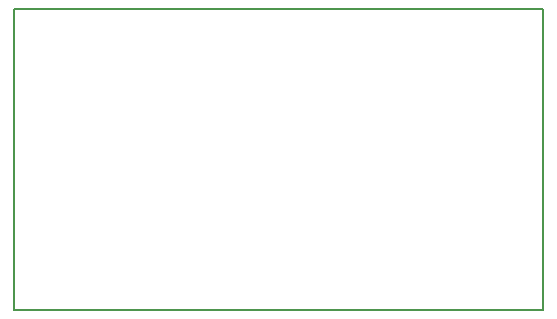
<source format=gbo>
G04 MADE WITH FRITZING*
G04 WWW.FRITZING.ORG*
G04 DOUBLE SIDED*
G04 HOLES PLATED*
G04 CONTOUR ON CENTER OF CONTOUR VECTOR*
%ASAXBY*%
%FSLAX23Y23*%
%MOIN*%
%OFA0B0*%
%SFA1.0B1.0*%
%ADD10R,1.769960X1.013330X1.753960X0.997330*%
%ADD11C,0.008000*%
%LNSILK0*%
G90*
G70*
G54D11*
X4Y1009D02*
X1766Y1009D01*
X1766Y4D01*
X4Y4D01*
X4Y1009D01*
D02*
G04 End of Silk0*
M02*
</source>
